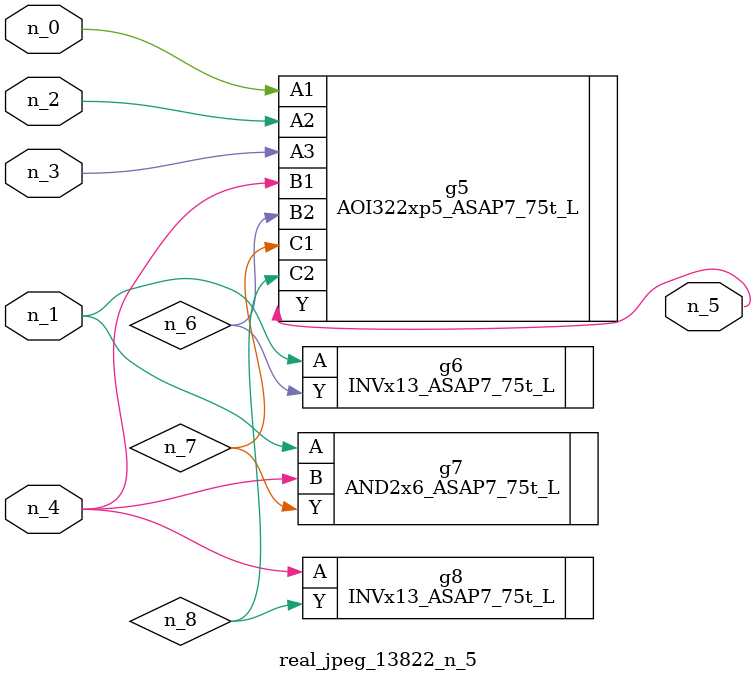
<source format=v>
module real_jpeg_13822_n_5 (n_4, n_0, n_1, n_2, n_3, n_5);

input n_4;
input n_0;
input n_1;
input n_2;
input n_3;

output n_5;

wire n_8;
wire n_6;
wire n_7;

AOI322xp5_ASAP7_75t_L g5 ( 
.A1(n_0),
.A2(n_2),
.A3(n_3),
.B1(n_4),
.B2(n_6),
.C1(n_7),
.C2(n_8),
.Y(n_5)
);

INVx13_ASAP7_75t_L g6 ( 
.A(n_1),
.Y(n_6)
);

AND2x6_ASAP7_75t_L g7 ( 
.A(n_1),
.B(n_4),
.Y(n_7)
);

INVx13_ASAP7_75t_L g8 ( 
.A(n_4),
.Y(n_8)
);


endmodule
</source>
